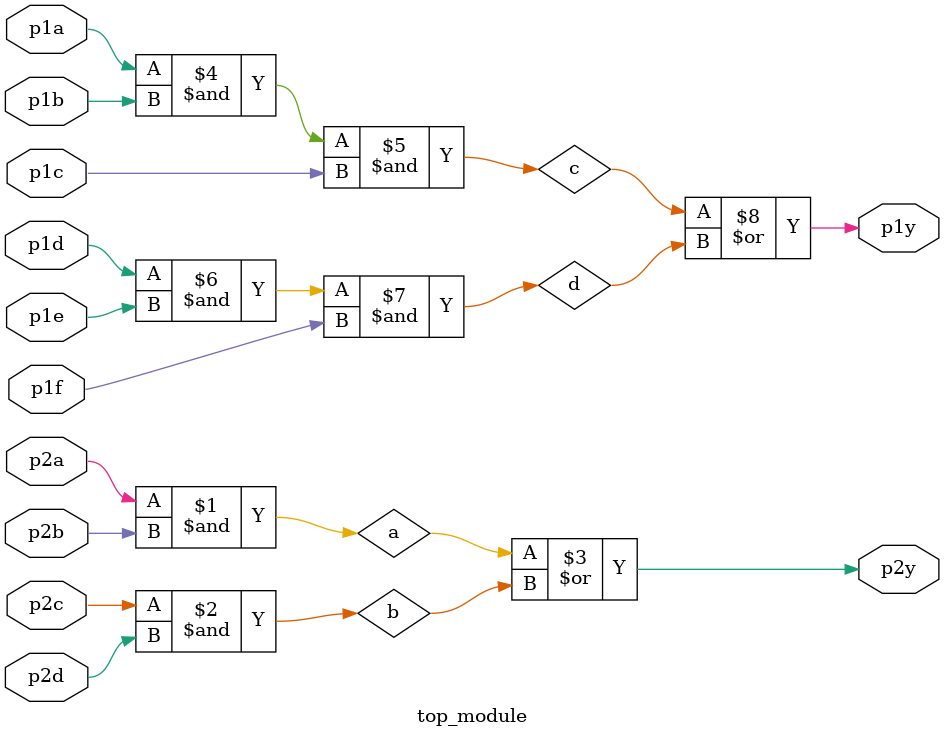
<source format=v>
module top_module ( 
    input p1a, p1b, p1c, p1d, p1e, p1f,
    output p1y,
    input p2a, p2b, p2c, p2d,
    output p2y );
	wire a,b,c,d;
    assign a=p2a&p2b;
    assign b=p2c&p2d;
    assign p2y=a|b;
    assign c=p1a&p1b&p1c;
    assign d=p1d&p1e&p1f;
    assign p1y=c|d;

endmodule

</source>
